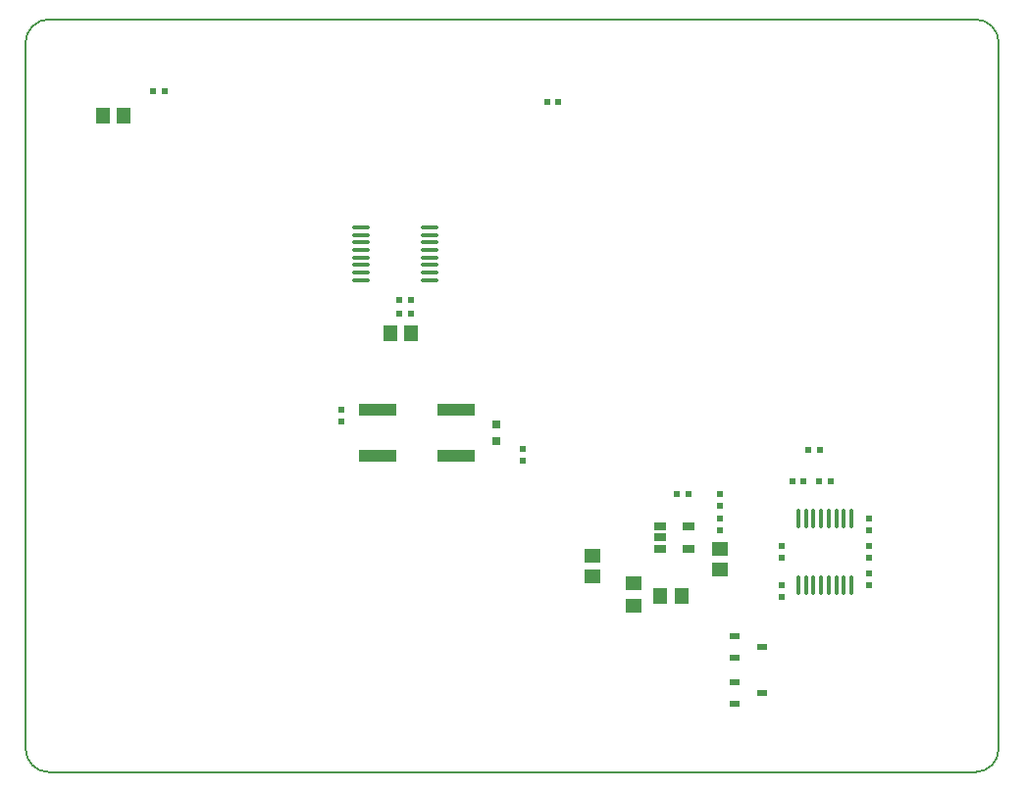
<source format=gbp>
G04 Layer_Color=128*
%FSAX44Y44*%
%MOMM*%
G71*
G01*
G75*
%ADD10C,0.2000*%
%ADD21R,1.3500X1.2000*%
%ADD23R,0.6000X0.6000*%
%ADD24R,0.6000X0.6000*%
%ADD25O,0.3500X1.7000*%
%ADD26R,0.9000X0.6000*%
%ADD27R,3.2000X1.0000*%
%ADD28R,0.8000X0.8000*%
%ADD29R,1.2000X1.4000*%
%ADD30O,1.5000X0.4000*%
%ADD31R,1.1000X0.6500*%
%ADD32R,1.4500X1.2500*%
%ADD33R,1.4000X1.2000*%
%ADD62C,0.0000*%
D10*
X00020000Y00000000D02*
X00820000Y00000000D01*
D02*
G03*
X00840000Y00020000I00000000J00020000D01*
G01*
Y00630000D01*
X00840000D02*
G03*
X00820000Y00650000I-00020000J-00000000D01*
G01*
X00020000D01*
D02*
G03*
X00000000Y00630000I00000000J-00020000D01*
G01*
Y00020000D01*
D02*
G03*
X00020000Y00000000I00020000J00000000D01*
G01*
D21*
X00525100Y00143749D02*
D03*
Y00162749D02*
D03*
D23*
X00429000Y00268750D02*
D03*
Y00278750D02*
D03*
X00332500Y00396000D02*
D03*
Y00408000D02*
D03*
X00322500D02*
D03*
Y00396000D02*
D03*
X00460000Y00579000D02*
D03*
X00450000D02*
D03*
X00599000Y00240000D02*
D03*
Y00230000D02*
D03*
Y00219000D02*
D03*
Y00209000D02*
D03*
X00661671Y00251000D02*
D03*
X00671671D02*
D03*
X00685000D02*
D03*
X00695000D02*
D03*
X00728000Y00218500D02*
D03*
Y00208500D02*
D03*
Y00171500D02*
D03*
Y00161500D02*
D03*
X00120000Y00588000D02*
D03*
X00110000D02*
D03*
D24*
X00273000Y00303000D02*
D03*
Y00313000D02*
D03*
X00562000Y00240000D02*
D03*
X00572000D02*
D03*
X00653000Y00161250D02*
D03*
Y00151250D02*
D03*
Y00185000D02*
D03*
Y00195000D02*
D03*
X00728000D02*
D03*
Y00185000D02*
D03*
X00686000Y00278000D02*
D03*
X00676000D02*
D03*
D25*
X00667250Y00161500D02*
D03*
X00673750D02*
D03*
X00680250D02*
D03*
X00686750D02*
D03*
X00693250D02*
D03*
X00699750D02*
D03*
X00706250D02*
D03*
X00712750D02*
D03*
Y00218500D02*
D03*
X00706250D02*
D03*
X00699750D02*
D03*
X00693250D02*
D03*
X00686750D02*
D03*
X00680250D02*
D03*
X00673750D02*
D03*
X00667250D02*
D03*
D26*
X00612500Y00058500D02*
D03*
Y00077500D02*
D03*
X00635500Y00068000D02*
D03*
X00612500Y00098500D02*
D03*
X00635500Y00108000D02*
D03*
X00612500Y00117500D02*
D03*
D27*
X00372000Y00273000D02*
D03*
Y00313000D02*
D03*
X00304000D02*
D03*
Y00273000D02*
D03*
D28*
X00406000Y00285500D02*
D03*
Y00300500D02*
D03*
D29*
X00332500Y00379000D02*
D03*
X00314500D02*
D03*
X00548000Y00152000D02*
D03*
X00566000D02*
D03*
X00085000Y00567000D02*
D03*
X00067000D02*
D03*
D30*
X00348500Y00425000D02*
D03*
Y00431500D02*
D03*
Y00438000D02*
D03*
Y00444500D02*
D03*
Y00451000D02*
D03*
Y00457500D02*
D03*
Y00464000D02*
D03*
Y00470500D02*
D03*
X00289500D02*
D03*
Y00464000D02*
D03*
Y00457500D02*
D03*
Y00451000D02*
D03*
Y00444500D02*
D03*
Y00438000D02*
D03*
Y00431500D02*
D03*
Y00425000D02*
D03*
D31*
X00548000Y00193000D02*
D03*
Y00202500D02*
D03*
X00572000Y00193000D02*
D03*
Y00212000D02*
D03*
X00548000D02*
D03*
D32*
X00489000Y00169250D02*
D03*
Y00186750D02*
D03*
D33*
X00599000Y00175000D02*
D03*
Y00193000D02*
D03*
D62*
X00429000Y00300500D02*
D03*
X00327500Y00502000D02*
D03*
X00660000Y00278000D02*
D03*
M02*

</source>
